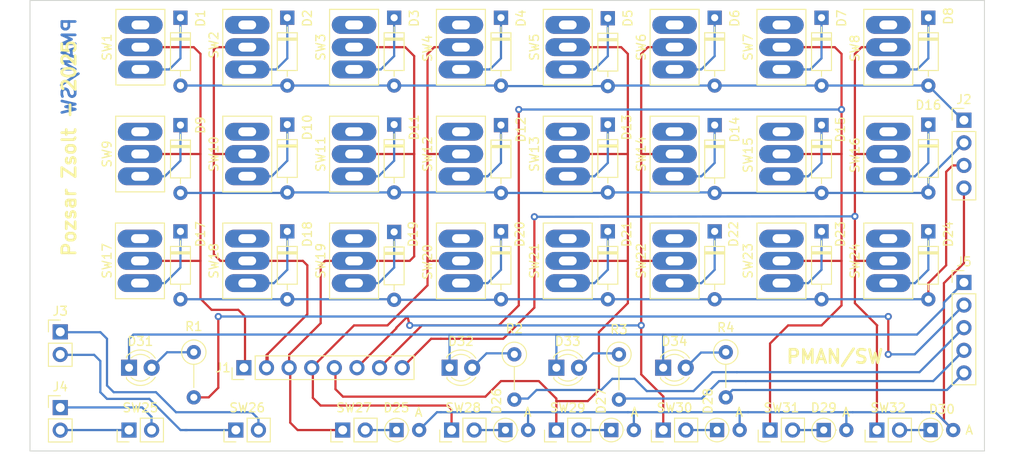
<source format=kicad_pcb>
(kicad_pcb (version 20211014) (generator pcbnew)
  (title_block (title "PMAN/SW - switch module") (date "2025-09-21") (rev "1.0") (company "Pozsar Zsolt") (comment 1 "Zacchaeus Microcomputer"))
  (layers (0 "F.Cu" signal) (31 "B.Cu" signal) (34 "B.Paste" user) (35 "F.Paste" user) (36 "B.SilkS" user "B.Silkscreen") (37 "F.SilkS" user "F.Silkscreen") (38 "B.Mask" user) (39 "F.Mask" user) (44 "Edge.Cuts" user))
  (net 0 "")
  (net 1 "Net-(J3-Pad1)")
  (net 2 "Net-(J3-Pad2)")
  (net 3 "Net-(J4-Pad1)")
  (net 4 "Net-(J4-Pad2)")
  (net 5 "Net-(J5-Pad2)")
  (net 6 "Net-(D2-Pad1)")
  (net 7 "Net-(D3-Pad1)")
  (net 8 "Net-(D1-Pad2)")
  (net 9 "Net-(D1-Pad1)")
  (net 34 "Net-(D4-Pad1)")
  (net 35 "Net-(D5-Pad1)")
  (net 36 "Net-(D6-Pad1)")
  (net 37 "Net-(D7-Pad1)")
  (net 38 "Net-(D8-Pad1)")
  (net 39 "Net-(D9-Pad1)")
  (net 40 "Net-(D10-Pad2)")
  (net 41 "Net-(D10-Pad1)")
  (net 42 "Net-(D11-Pad1)")
  (net 43 "Net-(D12-Pad1)")
  (net 44 "Net-(D13-Pad1)")
  (net 45 "Net-(D14-Pad1)")
  (net 46 "Net-(D15-Pad1)")
  (net 47 "Net-(D16-Pad1)")
  (net 48 "Net-(D17-Pad1)")
  (net 49 "Net-(D17-Pad2)")
  (net 50 "Net-(D18-Pad1)")
  (net 51 "Net-(D19-Pad1)")
  (net 52 "Net-(D20-Pad1)")
  (net 53 "Net-(D21-Pad1)")
  (net 54 "Net-(D22-Pad1)")
  (net 55 "Net-(D23-Pad1)")
  (net 56 "Net-(D24-Pad1)")
  (net 57 "Net-(D25-Pad1)")
  (net 58 "Net-(D26-Pad1)")
  (net 59 "Net-(D27-Pad1)")
  (net 60 "Net-(D28-Pad1)")
  (net 61 "Net-(D29-Pad1)")
  (net 62 "Net-(D30-Pad1)")
  (net 63 "Net-(D31-Pad1)")
  (net 64 "Net-(D31-Pad2)")
  (net 65 "Net-(D32-Pad2)")
  (net 66 "Net-(D33-Pad2)")
  (net 67 "Net-(D34-Pad2)")
  (net 68 "Net-(J1-Pad1)")
  (net 69 "Net-(J1-Pad2)")
  (net 70 "Net-(J1-Pad3)")
  (net 71 "Net-(J1-Pad4)")
  (net 72 "Net-(J1-Pad5)")
  (net 73 "Net-(J1-Pad6)")
  (net 74 "Net-(J1-Pad7)")
  (net 75 "Net-(J1-Pad8)")
  (net 76 "Net-(J5-Pad3)")
  (net 77 "Net-(J5-Pad4)")
  (net 78 "Net-(J5-Pad5)")
  (net 79 "Net-(D27-Pad2)")
  (footprint "Connector_PinHeader_2.54mm:PinHeader_1x02_P2.54mm_Vertical" (layer "F.Cu") (at 183.725 118.25 90)
    (fp_text reference "SW32")
    (fp_text value "SW_Push")
  )
  (footprint "Diode_THT:D_DO-35_SOD27_P2.54mm_Vertical_AnodeUp" (layer "F.Cu") (at 189.75 118.25)
    (fp_text reference "D30")
    (fp_text value "1N4148")
  )
  (footprint "PMAN_SW:SW_SMTS" (layer "F.Cu") (at 137 75.25 -90)
    (fp_text reference "SW4")
    (fp_text value "SW_SPDT" hide)
  )
  (footprint "LED_THT:LED_D3.0mm" (layer "F.Cu") (at 159.715 111.25)
    (fp_text reference "D34")
    (fp_text value "LED")
  )
  (footprint "Diode_THT:D_DO-35_SOD27_P2.54mm_Vertical_AnodeUp" (layer "F.Cu") (at 153.885686 118.25)
    (fp_text reference "D27")
    (fp_text value "1N4148")
  )
  (footprint "Diode_THT:D_DO-35_SOD27_P7.62mm_Horizontal" (layer "F.Cu") (at 117.5 71.94 -90)
    (fp_text reference "D2")
    (fp_text value "1N4148")
  )
  (footprint "Diode_THT:D_DO-35_SOD27_P7.62mm_Horizontal" (layer "F.Cu") (at 153.5 72 -90)
    (fp_text reference "D5")
    (fp_text value "1N4148")
  )
  (footprint "Diode_THT:D_DO-35_SOD27_P7.62mm_Horizontal" (layer "F.Cu") (at 105.5 84 -90)
    (fp_text reference "D9")
    (fp_text value "1N4148")
  )
  (footprint "Diode_THT:D_DO-35_SOD27_P7.62mm_Horizontal" (layer "F.Cu") (at 189.5 71.94 -90)
    (fp_text reference "D8")
    (fp_text value "1N4148")
  )
  (footprint "Connector_PinHeader_2.54mm:PinHeader_1x05_P2.54mm_Vertical" (layer "F.Cu") (at 193.5 101.675)
    (fp_text reference "J5")
    (fp_text value "Conn_01x05_Male")
  )
  (footprint "Connector_PinHeader_2.54mm:PinHeader_1x02_P2.54mm_Vertical" (layer "F.Cu") (at 92 107.225)
    (fp_text reference "J3")
    (fp_text value "Conn_01x02_Male")
  )
  (footprint "PMAN_SW:SW_SMTS" (layer "F.Cu") (at 100.9492 99.25 -90)
    (fp_text reference "SW17")
    (fp_text value "SW_SPDT" hide)
  )
  (footprint "Diode_THT:D_DO-35_SOD27_P7.62mm_Horizontal" (layer "F.Cu") (at 129.5 83.94 -90)
    (fp_text reference "D11")
    (fp_text value "1N4148")
  )
  (footprint "Connector_PinHeader_2.54mm:PinHeader_1x02_P2.54mm_Vertical" (layer "F.Cu") (at 111.72 118.25 90)
    (fp_text reference "SW26")
    (fp_text value "SW_Push")
  )
  (footprint "LED_THT:LED_D3.0mm" (layer "F.Cu") (at 135.725 111.25)
    (fp_text reference "D32")
    (fp_text value "LED")
  )
  (footprint "Diode_THT:D_DO-35_SOD27_P2.54mm_Vertical_AnodeUp" (layer "F.Cu") (at 165.768871 118.25)
    (fp_text reference "D28")
    (fp_text value "1N4148")
  )
  (footprint "PMAN_SW:SW_SMTS" (layer "F.Cu") (at 185 87.25 -90)
    (fp_text reference "SW16")
    (fp_text value "SW_SPDT" hide)
  )
  (footprint "Connector_PinHeader_2.54mm:PinHeader_1x04_P2.54mm_Vertical" (layer "F.Cu") (at 193.5 83.45)
    (fp_text reference "J2")
    (fp_text value "Conn_01x04_Male")
  )
  (footprint "Connector_PinHeader_2.54mm:PinHeader_1x02_P2.54mm_Vertical" (layer "F.Cu") (at 171.72 118.25 90)
    (fp_text reference "SW31")
    (fp_text value "SW_Push")
  )
  (footprint "Diode_THT:D_DO-35_SOD27_P7.62mm_Horizontal" (layer "F.Cu") (at 141.5 84 -90)
    (fp_text reference "D12")
    (fp_text value "1N4148")
  )
  (footprint "PMAN_SW:SW_SMTS" (layer "F.Cu") (at 101 75.25 -90)
    (fp_text reference "SW1")
    (fp_text value "SW_SPDT" hide)
  )
  (footprint "Diode_THT:D_DO-35_SOD27_P2.54mm_Vertical_AnodeUp" (layer "F.Cu") (at 129.768871 118.25)
    (fp_text reference "D25")
    (fp_text value "1N4148")
  )
  (footprint "Diode_THT:D_DO-35_SOD27_P7.62mm_Horizontal" (layer "F.Cu") (at 189.5 83.94 -90)
    (fp_text reference "D16")
    (fp_text value "1N4148")
  )
  (footprint "PMAN_SW:SW_SMTS" (layer "F.Cu") (at 113 99.25 -90)
    (fp_text reference "SW18")
    (fp_text value "SW_SPDT" hide)
  )
  (footprint "LED_THT:LED_D3.0mm" (layer "F.Cu") (at 147.725 111.25)
    (fp_text reference "D33")
    (fp_text value "LED")
  )
  (footprint "Connector_PinHeader_2.54mm:PinHeader_1x02_P2.54mm_Vertical" (layer "F.Cu") (at 147.72 118.25 90)
    (fp_text reference "SW29")
    (fp_text value "SW_Push")
  )
  (footprint "Diode_THT:D_DO-35_SOD27_P7.62mm_Horizontal" (layer "F.Cu") (at 129.5 96 -90)
    (fp_text reference "D19")
    (fp_text value "1N4148")
  )
  (footprint "Connector_PinHeader_2.54mm:PinHeader_1x08_P2.54mm_Vertical" (layer "F.Cu") (at 112.625 111.25 90)
    (fp_text reference "J1")
    (fp_text value "Conn_01x08_Male")
  )
  (footprint "Connector_PinHeader_2.54mm:PinHeader_1x02_P2.54mm_Vertical" (layer "F.Cu") (at 99.72 118.25 90)
    (fp_text reference "SW25")
    (fp_text value "SW_Push")
  )
  (footprint "Diode_THT:D_DO-35_SOD27_P7.62mm_Horizontal" (layer "F.Cu") (at 153.5 83.94 -90)
    (fp_text reference "D13")
    (fp_text value "1N4148")
  )
  (footprint "Diode_THT:D_DO-35_SOD27_P7.62mm_Horizontal" (layer "F.Cu") (at 105.5 95.94 -90)
    (fp_text reference "D17")
    (fp_text value "1N4148")
  )
  (footprint "PMAN_SW:SW_SMTS" (layer "F.Cu") (at 100.9746 87.25 -90)
    (fp_text reference "SW9")
    (fp_text value "SW_SPDT" hide)
  )
  (footprint "PMAN_SW:SW_SMTS" (layer "F.Cu") (at 149 87.25 -90)
    (fp_text reference "SW13")
    (fp_text value "SW_SPDT" hide)
  )
  (footprint "Diode_THT:D_DO-35_SOD27_P7.62mm_Horizontal" (layer "F.Cu") (at 165.5 84 -90)
    (fp_text reference "D14")
    (fp_text value "1N4148")
  )
  (footprint "Diode_THT:D_DO-35_SOD27_P7.62mm_Horizontal" (layer "F.Cu") (at 177.5 71.94 -90)
    (fp_text reference "D7")
    (fp_text value "1N4148")
  )
  (footprint "PMAN_SW:SW_SMTS" (layer "F.Cu") (at 161 87.25 -90)
    (fp_text reference "SW14")
    (fp_text value "SW_SPDT" hide)
  )
  (footprint "PMAN_SW:SW_SMTS" (layer "F.Cu") (at 125 75.25 -90)
    (fp_text reference "SW3")
    (fp_text value "SW_SPDT" hide)
  )
  (footprint "Diode_THT:D_DO-35_SOD27_P7.62mm_Horizontal" (layer "F.Cu") (at 177.5 84 -90)
    (fp_text reference "D15")
    (fp_text value "1N4148")
  )
  (footprint "Resistor_THT:R_Axial_DIN0207_L6.3mm_D2.5mm_P5.08mm_Vertical" (layer "F.Cu") (at 107 109.5 -90)
    (fp_text reference "R1")
    (fp_text value "1k")
  )
  (footprint "PMAN_SW:SW_SMTS" (layer "F.Cu") (at 137 87.25 -90)
    (fp_text reference "SW12")
    (fp_text value "SW_SPDT" hide)
  )
  (footprint "PMAN_SW:SW_SMTS" (layer "F.Cu") (at 137 99.25 -90)
    (fp_text reference "SW20")
    (fp_text value "SW_SPDT" hide)
  )
  (footprint "Connector_PinHeader_2.54mm:PinHeader_1x02_P2.54mm_Vertical" (layer "F.Cu") (at 92 115.725)
    (fp_text reference "J4")
    (fp_text value "Conn_01x02_Male")
  )
  (footprint "PMAN_SW:SW_SMTS" (layer "F.Cu") (at 113 87.25 -90)
    (fp_text reference "SW10")
    (fp_text value "SW_SPDT" hide)
  )
  (footprint "Diode_THT:D_DO-35_SOD27_P7.62mm_Horizontal" (layer "F.Cu") (at 129.5 71.94 -90)
    (fp_text reference "D3")
    (fp_text value "1N4148")
  )
  (footprint "PMAN_SW:SW_SMTS" (layer "F.Cu") (at 161 75.25 -90)
    (fp_text reference "SW6")
    (fp_text value "SW_SPDT" hide)
  )
  (footprint "PMAN_SW:SW_SMTS" (layer "F.Cu") (at 125 87.25 -90)
    (fp_text reference "SW11")
    (fp_text value "SW_SPDT" hide)
  )
  (footprint "PMAN_SW:SW_SMTS" (layer "F.Cu") (at 149 75.25 -90)
    (fp_text reference "SW5")
    (fp_text value "SW_SPDT" hide)
  )
  (footprint "Diode_THT:D_DO-35_SOD27_P7.62mm_Horizontal" (layer "F.Cu") (at 117.5 83.94 -90)
    (fp_text reference "D10")
    (fp_text value "1N4148")
  )
  (footprint "Diode_THT:D_DO-35_SOD27_P2.54mm_Vertical_AnodeUp" (layer "F.Cu") (at 142 118.25)
    (fp_text reference "D26")
    (fp_text value "1N4148")
  )
  (footprint "Diode_THT:D_DO-35_SOD27_P7.62mm_Horizontal" (layer "F.Cu") (at 165.5 71.94 -90)
    (fp_text reference "D6")
    (fp_text value "1N4148")
  )
  (footprint "Connector_PinHeader_2.54mm:PinHeader_1x02_P2.54mm_Vertical" (layer "F.Cu") (at 123.72 118.25 90)
    (fp_text reference "SW27")
    (fp_text value "SW_Push")
  )
  (footprint "Resistor_THT:R_Axial_DIN0207_L6.3mm_D2.5mm_P5.08mm_Vertical" (layer "F.Cu") (at 166.75 109.5 -90)
    (fp_text reference "R4")
    (fp_text value "1k")
  )
  (footprint "Diode_THT:D_DO-35_SOD27_P7.62mm_Horizontal" (layer "F.Cu") (at 117.5 95.94 -90)
    (fp_text reference "D18")
    (fp_text value "1N4148")
  )
  (footprint "PMAN_SW:SW_SMTS" (layer "F.Cu") (at 173 75.25 -90)
    (fp_text reference "SW7")
    (fp_text value "SW_SPDT" hide)
  )
  (footprint "Resistor_THT:R_Axial_DIN0207_L6.3mm_D2.5mm_P5.08mm_Vertical" (layer "F.Cu") (at 154.75 109.75 -90)
    (fp_text reference "R3")
    (fp_text value "1k")
  )
  (footprint "Diode_THT:D_DO-35_SOD27_P7.62mm_Horizontal" (layer "F.Cu") (at 105.5 71.94 -90)
    (fp_text reference "D1")
    (fp_text value "1N4148")
  )
  (footprint "Diode_THT:D_DO-35_SOD27_P7.62mm_Horizontal" (layer "F.Cu") (at 141.5 95.94 -90)
    (fp_text reference "D20")
    (fp_text value "1N4148")
  )
  (footprint "PMAN_SW:SW_SMTS" (layer "F.Cu") (at 173 99.25 -90)
    (fp_text reference "SW23")
    (fp_text value "SW_SPDT" hide)
  )
  (footprint "Resistor_THT:R_Axial_DIN0207_L6.3mm_D2.5mm_P5.08mm_Vertical" (layer "F.Cu") (at 143 109.75 -90)
    (fp_text reference "R2")
    (fp_text value "1k")
  )
  (footprint "PMAN_SW:SW_SMTS" (layer "F.Cu") (at 185 75.25 -90)
    (fp_text reference "SW8")
    (fp_text value "SW_SPDT" hide)
  )
  (footprint "PMAN_SW:SW_SMTS" (layer "F.Cu") (at 173 87.25 -90)
    (fp_text reference "SW15")
    (fp_text value "SW_SPDT" hide)
  )
  (footprint "Diode_THT:D_DO-35_SOD27_P7.62mm_Horizontal" (layer "F.Cu") (at 177.5 95.94 -90)
    (fp_text reference "D23")
    (fp_text value "1N4148")
  )
  (footprint "Diode_THT:D_DO-35_SOD27_P2.54mm_Vertical_AnodeUp" (layer "F.Cu") (at 177.75 118.25)
    (fp_text reference "D29")
    (fp_text value "1N4148")
  )
  (footprint "Diode_THT:D_DO-35_SOD27_P7.62mm_Horizontal" (layer "F.Cu") (at 189.5 95.94 -90)
    (fp_text reference "D24")
    (fp_text value "1N4148")
  )
  (footprint "PMAN_SW:SW_SMTS" (layer "F.Cu") (at 113 75.25 -90)
    (fp_text reference "SW2")
    (fp_text value "SW_SPDT" hide)
  )
  (footprint "PMAN_SW:SW_SMTS" (layer "F.Cu") (at 185 99.25 -90)
    (fp_text reference "SW24")
    (fp_text value "SW_SPDT" hide)
  )
  (footprint "PMAN_SW:SW_SMTS" (layer "F.Cu") (at 161 99.25 -90)
    (fp_text reference "SW22")
    (fp_text value "SW_SPDT" hide)
  )
  (footprint "Connector_PinHeader_2.54mm:PinHeader_1x02_P2.54mm_Vertical" (layer "F.Cu") (at 159.725 118.25 90)
    (fp_text reference "SW30")
    (fp_text value "SW_Push")
  )
  (footprint "Diode_THT:D_DO-35_SOD27_P7.62mm_Horizontal" (layer "F.Cu") (at 165.5 95.94 -90)
    (fp_text reference "D22")
    (fp_text value "1N4148")
  )
  (footprint "PMAN_SW:SW_SMTS" (layer "F.Cu") (at 149 99.25 -90)
    (fp_text reference "SW21")
    (fp_text value "SW_SPDT" hide)
  )
  (footprint "PMAN_SW:SW_SMTS" (layer "F.Cu") (at 125 99.25 -90)
    (fp_text reference "SW19")
    (fp_text value "SW_SPDT" hide)
  )
  (footprint "LED_THT:LED_D3.0mm" (layer "F.Cu") (at 99.725 111.25)
    (fp_text reference "D31")
    (fp_text value "LED")
  )
  (footprint "Connector_PinHeader_2.54mm:PinHeader_1x02_P2.54mm_Vertical" (layer "F.Cu") (at 135.95 118.25 90)
    (fp_text reference "SW28")
    (fp_text value "SW_Push")
  )
  (footprint "Diode_THT:D_DO-35_SOD27_P7.62mm_Horizontal" (layer "F.Cu") (at 141.5 71.94 -90)
    (fp_text reference "D4")
    (fp_text value "1N4148")
  )
  (footprint "Diode_THT:D_DO-35_SOD27_P7.62mm_Horizontal" (layer "F.Cu") (at 153.5 95.94 -90)
    (fp_text reference "D21")
    (fp_text value "1N4148")
  )
  (gr_line (start 195.8 120.6) (end 195.8 70) (layer "Edge.Cuts") (width 0.1))
  (gr_line (start 88.6 70) (end 195.8 70) (layer "Edge.Cuts") (width 0.1))
  (gr_line (start 88.6 120.6) (end 88.6 70) (layer "Edge.Cuts") (width 0.1))
  (gr_line (start 195.8 120.6) (end 88.6 120.6) (layer "Edge.Cuts") (width 0.1))
  (gr_text "PMAN/SW" (at 93 77.4 90) (layer "B.Cu") (effects (font (size 1.5 1.5) (thickness 0.3)) (justify mirror)))
  (gr_text "Pozsar Zsolt - 2025\n\n" (at 94.2 86.6 90) (layer "F.SilkS") (effects (font (size 1.5 1.5) (thickness 0.3))))
  (gr_text "PMAN/SW" (at 179 110) (layer "F.SilkS") (effects (font (size 1.5 1.5) (thickness 0.3))))
  (segment (start 102.75 114) (end 105 116.25) (width 0.25) (layer "B.Cu") (net 1))
  (segment (start 97.25 108) (end 97.25 113.25) (width 0.25) (layer "B.Cu") (net 1))
  (segment (start 113.5 116.25) (end 114.26 117.01) (width 0.25) (layer "B.Cu") (net 1))
  (segment (start 114.26 117.01) (end 114.26 118.25) (width 0.25) (layer "B.Cu") (net 1))
  (segment (start 96.485 107.265) (end 96.5 107.25) (width 0.25) (layer "B.Cu") (net 1))
  (segment (start 105 116.25) (end 113.5 116.25) (width 0.25) (layer "B.Cu") (net 1))
  (segment (start 96.5 107.25) (end 97.25 108) (width 0.25) (layer "B.Cu") (net 1))
  (segment (start 98 114) (end 102.75 114) (width 0.25) (layer "B.Cu") (net 1))
  (segment (start 97.25 113.25) (end 98 114) (width 0.25) (layer "B.Cu") (net 1))
  (segment (start 92 107.265) (end 96.485 107.265) (width 0.25) (layer "B.Cu") (net 1))
  (segment (start 106.25 118.25) (end 105.5 118.25) (width 0.25) (layer "B.Cu") (net 2))
  (segment (start 96.5 114) (end 96.5 110.5) (width 0.25) (layer "B.Cu") (net 2))
  (segment (start 111.725 118.25) (end 106 118.25) (width 0.25) (layer "B.Cu") (net 2))
  (segment (start 102 114.75) (end 97.25 114.75) (width 0.25) (layer "B.Cu") (net 2))
  (segment (start 96.5 110.5) (end 95.805 109.805) (width 0.25) (layer "B.Cu") (net 2))
  (segment (start 95.805 109.805) (end 92 109.805) (width 0.25) (layer "B.Cu") (net 2))
  (segment (start 97.25 114.75) (end 96.5 114) (width 0.25) (layer "B.Cu") (net 2))
  (segment (start 105.5 118.25) (end 102 114.75) (width 0.25) (layer "B.Cu") (net 2))
  (segment (start 102.25 116.765) (end 102.25 118.25) (width 0.25) (layer "B.Cu") (net 3))
  (segment (start 101.195 115.71) (end 102.25 116.765) (width 0.25) (layer "B.Cu") (net 3))
  (segment (start 91.985 115.71) (end 101.195 115.71) (width 0.25) (layer "B.Cu") (net 3))
  (segment (start 92.1375 118.25) (end 99.8625 118.25) (width 0.25) (layer "B.Cu") (net 4))
  (segment (start 185 105.5) (end 185 109.75) (width 0.25) (layer "F.Cu") (net 5))
  (segment (start 109.75 113.5) (end 109.75 105.5) (width 0.25) (layer "F.Cu") (net 5))
  (segment (start 108.67 114.58) (end 109.75 113.5) (width 0.25) (layer "F.Cu") (net 5))
  (segment (start 107 114.58) (end 108.67 114.58) (width 0.25) (layer "F.Cu") (net 5))
  (via (at 185 105.5) (size 0.8) (drill 0.4) (layers "F.Cu" "B.Cu") (net 5))
  (via (at 109.75 105.5) (size 0.8) (drill 0.4) (layers "F.Cu" "B.Cu") (net 5))
  (via (at 185 109.75) (size 0.8) (drill 0.4) (layers "F.Cu" "B.Cu") (net 5))
  (segment (start 109.75 105.5) (end 185 105.5) (width 0.25) (layer "B.Cu") (net 5))
  (segment (start 185 109.75) (end 187.965 109.75) (width 0.25) (layer "B.Cu") (net 5))
  (segment (start 187.965 109.75) (end 193.5 104.215) (width 0.25) (layer "B.Cu") (net 5))
  (segment (start 116.25 77.75) (end 117.5 76.5) (width 0.25) (layer "B.Cu") (net 6))
  (segment (start 117.5 76.5) (end 117.5 71.94) (width 0.25) (layer "B.Cu") (net 6))
  (segment (start 113 77.75) (end 116.25 77.75) (width 0.25) (layer "B.Cu") (net 6))
  (segment (start 125 77.75) (end 128 77.75) (width 0.25) (layer "B.Cu") (net 7))
  (segment (start 129.5 76.25) (end 129.5 71.94) (width 0.25) (layer "B.Cu") (net 7))
  (segment (start 128 77.75) (end 129.5 76.25) (width 0.25) (layer "B.Cu") (net 7))
  (segment (start 165.5 79.56) (end 153.56 79.56) (width 0.25) (layer "B.Cu") (net 8))
  (segment (start 189.5 79.56) (end 177.5 79.56) (width 0.25) (layer "B.Cu") (net 8))
  (segment (start 193.39 83.45) (end 193.5 83.45) (width 0.25) (layer "B.Cu") (net 8))
  (segment (start 153.56 79.56) (end 153.5 79.62) (width 0.25) (layer "B.Cu") (net 8))
  (segment (start 153.5 79.62) (end 141.56 79.62) (width 0.25) (layer "B.Cu") (net 8))
  (segment (start 117.5 79.56) (end 129.5 79.56) (width 0.25) (layer "B.Cu") (net 8))
  (segment (start 141.56 79.62) (end 141.5 79.56) (width 0.25) (layer "B.Cu") (net 8))
  (segment (start 189.5 79.56) (end 193.39 83.45) (width 0.25) (layer "B.Cu") (net 8))
  (segment (start 129.5 79.56) (end 141.5 79.56) (width 0.25) (layer "B.Cu") (net 8))
  (segment (start 105.5 79.56) (end 117.5 79.56) (width 0.25) (layer "B.Cu") (net 8))
  (segment (start 177.5 79.56) (end 165.5 79.56) (width 0.25) (layer "B.Cu") (net 8))
  (segment (start 101 77.75) (end 104.25 77.75) (width 0.25) (layer "B.Cu") (net 9))
  (segment (start 105.5 76.5) (end 105.5 71.94) (width 0.25) (layer "B.Cu") (net 9))
  (segment (start 104.25 77.75) (end 105.5 76.5) (width 0.25) (layer "B.Cu") (net 9))
  (segment (start 140.25 77.75) (end 141.5 76.5) (width 0.25) (layer "B.Cu") (net 34))
  (segment (start 137 77.75) (end 140.25 77.75) (width 0.25) (layer "B.Cu") (net 34))
  (segment (start 141.5 76.5) (end 141.5 71.94) (width 0.25) (layer "B.Cu") (net 34))
  (segment (start 152 77.75) (end 153.5 76.25) (width 0.25) (layer "B.Cu") (net 35))
  (segment (start 149 77.75) (end 152 77.75) (width 0.25) (layer "B.Cu") (net 35))
  (segment (start 153.5 76.25) (end 153.5 72) (width 0.25) (layer "B.Cu") (net 35))
  (segment (start 164 77.75) (end 165.5 76.25) (width 0.25) (layer "B.Cu") (net 36))
  (segment (start 165.5 76.25) (end 165.5 71.94) (width 0.25) (layer "B.Cu") (net 36))
  (segment (start 161 77.75) (end 164 77.75) (width 0.25) (layer "B.Cu") (net 36))
  (segment (start 173 77.75) (end 176.25 77.75) (width 0.25) (layer "B.Cu") (net 37))
  (segment (start 177.5 76.5) (end 177.5 71.94) (width 0.25) (layer "B.Cu") (net 37))
  (segment (start 176.25 77.75) (end 177.5 76.5) (width 0.25) (layer "B.Cu") (net 37))
  (segment (start 185 77.75) (end 188.25 77.75) (width 0.25) (layer "B.Cu") (net 38))
  (segment (start 189.5 76.5) (end 189.5 71.94) (width 0.25) (layer "B.Cu") (net 38))
  (segment (start 188.25 77.75) (end 189.5 76.5) (width 0.25) (layer "B.Cu") (net 38))
  (segment (start 105.5 88) (end 105.5 84) (width 0.25) (layer "B.Cu") (net 39))
  (segment (start 100.9746 89.75) (end 103.75 89.75) (width 0.25) (layer "B.Cu") (net 39))
  (segment (start 103.75 89.75) (end 105.5 88) (width 0.25) (layer "B.Cu") (net 39))
  (segment (start 153.44 91.62) (end 153.5 91.56) (width 0.25) (layer "B.Cu") (net 40))
  (segment (start 189.5 89.99) (end 193.5 85.99) (width 0.25) (layer "B.Cu") (net 40))
  (segment (start 153.5 91.56) (end 165.44 91.56) (width 0.25) (layer "B.Cu") (net 40))
  (segment (start 177.5 91.62) (end 189.44 91.62) (width 0.25) (layer "B.Cu") (net 40))
  (segment (start 141.5 91.62) (end 153.44 91.62) (width 0.25) (layer "B.Cu") (net 40))
  (segment (start 189.44 91.62) (end 189.5 91.56) (width 0.25) (layer "B.Cu") (net 40))
  (segment (start 117.5 91.56) (end 129.5 91.56) (width 0.25) (layer "B.Cu") (net 40))
  (segment (start 189.5 91.56) (end 189.5 89.99) (width 0.25) (layer "B.Cu") (net 40))
  (segment (start 129.5 91.56) (end 141.44 91.56) (width 0.25) (layer "B.Cu") (net 40))
  (segment (start 105.5 91.62) (end 117.44 91.62) (width 0.25) (layer "B.Cu") (net 40))
  (segment (start 165.5 91.62) (end 177.5 91.62) (width 0.25) (layer "B.Cu") (net 40))
  (segment (start 117.44 91.62) (end 117.5 91.56) (width 0.25) (layer "B.Cu") (net 40))
  (segment (start 141.44 91.56) (end 141.5 91.62) (width 0.25) (layer "B.Cu") (net 40))
  (segment (start 165.44 91.56) (end 165.5 91.62) (width 0.25) (layer "B.Cu") (net 40))
  (segment (start 117.5 88) (end 117.5 83.94) (width 0.25) (layer "B.Cu") (net 41))
  (segment (start 113 89.75) (end 115.75 89.75) (width 0.25) (layer "B.Cu") (net 41))
  (segment (start 115.75 89.75) (end 117.5 88) (width 0.25) (layer "B.Cu") (net 41))
  (segment (start 129.5 88) (end 129.5 83.94) (width 0.25) (layer "B.Cu") (net 42))
  (segment (start 127.75 89.75) (end 129.5 88) (width 0.25) (layer "B.Cu") (net 42))
  (segment (start 125 89.75) (end 127.75 89.75) (width 0.25) (layer "B.Cu") (net 42))
  (segment (start 140 89.75) (end 141.5 88.25) (width 0.25) (layer "B.Cu") (net 43))
  (segment (start 141.5 88.25) (end 141.5 84) (width 0.25) (layer "B.Cu") (net 43))
  (segment (start 137 89.75) (end 140 89.75) (width 0.25) (layer "B.Cu") (net 43))
  (segment (start 152 89.75) (end 153.5 88.25) (width 0.25) (layer "B.Cu") (net 44))
  (segment (start 153.5 88.25) (end 153.5 83.94) (width 0.25) (layer "B.Cu") (net 44))
  (segment (start 149 89.75) (end 152 89.75) (width 0.25) (layer "B.Cu") (net 44))
  (segment (start 165.5 88.25) (end 165.5 84) (width 0.25) (layer "B.Cu") (net 45))
  (segment (start 161 89.75) (end 164 89.75) (width 0.25) (layer "B.Cu") (net 45))
  (segment (start 164 89.75) (end 165.5 88.25) (width 0.25) (layer "B.Cu") (net 45))
  (segment (start 173 89.75) (end 176 89.75) (width 0.25) (layer "B.Cu") (net 46))
  (segment (start 177.5 88.25) (end 177.5 84) (width 0.25) (layer "B.Cu") (net 46))
  (segment (start 176 89.75) (end 177.5 88.25) (width 0.25) (layer "B.Cu") (net 46))
  (segment (start 189.5 88.25) (end 189.5 83.94) (width 0.25) (layer "B.Cu") (net 47))
  (segment (start 185 89.75) (end 188 89.75) (width 0.25) (layer "B.Cu") (net 47))
  (segment (start 188 89.75) (end 189.5 88.25) (width 0.25) (layer "B.Cu") (net 47))
  (segment (start 103.75 101.75) (end 105.5 100) (width 0.25) (layer "B.Cu") (net 48))
  (segment (start 100.9492 101.75) (end 103.75 101.75) (width 0.25) (layer "B.Cu") (net 48))
  (segment (start 105.5 100) (end 105.5 95.94) (width 0.25) (layer "B.Cu") (net 48))
  (segment (start 191.5 89.25) (end 192.22 88.53) (width 0.25) (layer "F.Cu") (net 49))
  (segment (start 191.5 99.75) (end 191.5 89.25) (width 0.25) (layer "F.Cu") (net 49))
  (segment (start 189.5 101.75) (end 191.5 99.75) (width 0.25) (layer "F.Cu") (net 49))
  (segment (start 192.22 88.53) (end 193.5 88.53) (width 0.25) (layer "F.Cu") (net 49))
  (segment (start 189.5 103.56) (end 189.5 101.75) (width 0.25) (layer "F.Cu") (net 49))
  (segment (start 165.5 103.56) (end 177.5 103.56) (width 0.25) (layer "B.Cu") (net 49))
  (segment (start 129.44 103.56) (end 129.5 103.62) (width 0.25) (layer "B.Cu") (net 49))
  (segment (start 117.5 103.56) (end 129.44 103.56) (width 0.25) (layer "B.Cu") (net 49))
  (segment (start 153.5 103.56) (end 165.5 103.56) (width 0.25) (layer "B.Cu") (net 49))
  (segment (start 141.44 103.62) (end 141.5 103.56) (width 0.25) (layer "B.Cu") (net 49))
  (segment (start 129.5 103.62) (end 141.44 103.62) (width 0.25) (layer "B.Cu") (net 49))
  (segment (start 105.5 103.56) (end 117.5 103.56) (width 0.25) (layer "B.Cu") (net 49))
  (segment (start 141.5 103.56) (end 153.5 103.56) (width 0.25) (layer "B.Cu") (net 49))
  (segment (start 177.5 103.56) (end 189.5 103.56) (width 0.25) (layer "B.Cu") (net 49))
  (segment (start 116 101.75) (end 117.5 100.25) (width 0.25) (layer "B.Cu") (net 50))
  (segment (start 113 101.75) (end 116 101.75) (width 0.25) (layer "B.Cu") (net 50))
  (segment (start 117.5 100.25) (end 117.5 95.94) (width 0.25) (layer "B.Cu") (net 50))
  (segment (start 125 101.75) (end 127.75 101.75) (width 0.25) (layer "B.Cu") (net 51))
  (segment (start 127.75 101.75) (end 129.5 100) (width 0.25) (layer "B.Cu") (net 51))
  (segment (start 129.5 100) (end 129.5 96) (width 0.25) (layer "B.Cu") (net 51))
  (segment (start 141.5 100.25) (end 141.5 95.94) (width 0.25) (layer "B.Cu") (net 52))
  (segment (start 140 101.75) (end 141.5 100.25) (width 0.25) (layer "B.Cu") (net 52))
  (segment (start 137 101.75) (end 140 101.75) (width 0.25) (layer "B.Cu") (net 52))
  (segment (start 149 101.75) (end 152 101.75) (width 0.25) (layer "B.Cu") (net 53))
  (segment (start 152 101.75) (end 153.5 100.25) (width 0.25) (layer "B.Cu") (net 53))
  (segment (start 153.5 100.25) (end 153.5 95.94) (width 0.25) (layer "B.Cu") (net 53))
  (segment (start 164 101.75) (end 165.5 100.25) (width 0.25) (layer "B.Cu") (net 54))
  (segment (start 165.5 100.25) (end 165.5 95.94) (width 0.25) (layer "B.Cu") (net 54))
  (segment (start 161 101.75) (end 164 101.75) (width 0.25) (layer "B.Cu") (net 54))
  (segment (start 173 101.75) (end 176 101.75) (width 0.25) (layer "B.Cu") (net 55))
  (segment (start 176 101.75) (end 177.5 100.25) (width 0.25) (layer "B.Cu") (net 55))
  (segment (start 177.5 100.25) (end 177.5 95.94) (width 0.25) (layer "B.Cu") (net 55))
  (segment (start 189.5 100.25) (end 189.5 95.94) (width 0.25) (layer "B.Cu") (net 56))
  (segment (start 185 101.75) (end 188 101.75) (width 0.25) (layer "B.Cu") (net 56))
  (segment (start 188 101.75) (end 189.5 100.25) (width 0.25) (layer "B.Cu") (net 56))
  (segment (start 126.26 118.25) (end 129.768871 118.25) (width 0.25) (layer "B.Cu") (net 57))
  (segment (start 138.49 118.25) (end 142 118.25) (width 0.25) (layer "B.Cu") (net 58))
  (segment (start 150.26 118.25) (end 153.885686 118.25) (width 0.25) (layer "B.Cu") (net 59))
  (segment (start 162.265 118.25) (end 165.768871 118.25) (width 0.25) (layer "B.Cu") (net 60))
  (segment (start 174.26 118.25) (end 177.75 118.25) (width 0.25) (layer "B.Cu") (net 61))
  (segment (start 186.265 118.25) (end 189.75 118.25) (width 0.25) (layer "B.Cu") (net 62))
  (segment (start 159.715 107.535) (end 159.725 107.525) (width 0.25) (layer "B.Cu") (net 63))
  (segment (start 135.725 107.525) (end 100.225 107.525) (width 0.25) (layer "B.Cu") (net 63))
  (segment (start 135.725 107.525) (end 147.655 107.525) (width 0.25) (layer "B.Cu") (net 63))
  (segment (start 147.725 107.595) (end 147.655 107.525) (width 0.25) (layer "B.Cu") (net 63))
  (segment (start 191.25 104.5) (end 191.25 103.925) (width 0.25) (layer "B.Cu") (net 63))
  (segment (start 147.725 111.25) (end 147.725 107.595) (width 0.25) (layer "B.Cu") (net 63))
  (segment (start 147.655 107.525) (end 159.725 107.525) (width 0.25) (layer "B.Cu") (net 63))
  (segment (start 99.725 108.025) (end 99.725 111.25) (width 0.25) (layer "B.Cu") (net 63))
  (segment (start 159.715 111.25) (end 159.715 107.535) (width 0.25) (layer "B.Cu") (net 63))
  (segment (start 159.725 107.525) (end 188.225 107.525) (width 0.25) (layer "B.Cu") (net 63))
  (segment (start 135.725 111.25) (end 135.725 107.525) (width 0.25) (layer "B.Cu") (net 63))
  (segment (start 100.225 107.525) (end 99.725 108.025) (width 0.25) (layer "B.Cu") (net 63))
  (segment (start 191.25 103.925) (end 193.5 101.675) (width 0.25) (layer "B.Cu") (net 63))
  (segment (start 188.225 107.525) (end 191.25 104.5) (width 0.25) (layer "B.Cu") (net 63))
  (segment (start 102.265 111.25) (end 104 109.515) (width 0.25) (layer "B.Cu") (net 64))
  (segment (start 104 109.515) (end 107 109.515) (width 0.25) (layer "B.Cu") (net 64))
  (segment (start 139.88 109.635) (end 138.265 111.25) (width 0.25) (layer "B.Cu") (net 65))
  (segment (start 143 109.635) (end 139.88 109.635) (width 0.25) (layer "B.Cu") (net 65))
  (segment (start 151.87 109.635) (end 150.255 111.25) (width 0.25) (layer "B.Cu") (net 66))
  (segment (start 155 109.635) (end 151.87 109.635) (width 0.25) (layer "B.Cu") (net 66))
  (segment (start 163.97 109.545) (end 162.265 111.25) (width 0.25) (layer "B.Cu") (net 67))
  (segment (start 167 109.545) (end 163.97 109.545) (width 0.25) (layer "B.Cu") (net 67))
  (segment (start 109 104.75) (end 112 104.75) (width 0.25) (layer "F.Cu") (net 68))
  (segment (start 101 75.25) (end 104.75 75.25) (width 0.25) (layer "F.Cu") (net 68))
  (segment (start 112.75 105.5) (end 112.75 111.25) (width 0.25) (layer "F.Cu") (net 68))
  (segment (start 107.75 103.5) (end 107.75 99.25) (width 0.25) (layer "F.Cu") (net 68))
  (segment (start 107 75.25) (end 104.75 75.25) (width 0.25) (layer "F.Cu") (net 68))
  (segment (start 100.9492 99.25) (end 107.75 99.25) (width 0.25) (layer "F.Cu") (net 68))
  (segment (start 107.75 87.25) (end 107.75 76) (width 0.25) (layer "F.Cu") (net 68))
  (segment (start 107.75 99.25) (end 107.75 87.25) (width 0.25) (layer "F.Cu") (net 68))
  (segment (start 107.75 76) (end 107 75.25) (width 0.25) (layer "F.Cu") (net 68))
  (segment (start 112 104.75) (end 112.75 105.5) (width 0.25) (layer "F.Cu") (net 68))
  (segment (start 109 104.75) (end 107.75 103.5) (width 0.25) (layer "F.Cu") (net 68))
  (segment (start 100.9746 87.25) (end 107.75 87.25) (width 0.25) (layer "F.Cu") (net 68))
  (segment (start 109.25 75.5) (end 109.5 75.25) (width 0.25) (layer "F.Cu") (net 69))
  (segment (start 110 99.25) (end 109.25 98.5) (width 0.25) (layer "F.Cu") (net 69))
  (segment (start 109.25 98.5) (end 109.25 87.25) (width 0.25) (layer "F.Cu") (net 69))
  (segment (start 113 99.25) (end 110 99.25) (width 0.25) (layer "F.Cu") (net 69))
  (segment (start 115.165 111.25) (end 115.165 109.835) (width 0.25) (layer "F.Cu") (net 69))
  (segment (start 113 75.25) (end 109.5 75.25) (width 0.25) (layer "F.Cu") (net 69))
  (segment (start 119.25 99.25) (end 116.5 99.25) (width 0.25) (layer "F.Cu") (net 69))
  (segment (start 119.75 105.25) (end 119.75 99.75) (width 0.25) (layer "F.Cu") (net 69))
  (segment (start 116.5 99.25) (end 113 99.25) (width 0.25) (layer "F.Cu") (net 69))
  (segment (start 115.29 111.25) (end 115.29 109.71) (width 0.25) (layer "F.Cu") (net 69))
  (segment (start 109.25 87.25) (end 109.25 75.5) (width 0.25) (layer "F.Cu") (net 69))
  (segment (start 119.75 99.75) (end 119.25 99.25) (width 0.25) (layer "F.Cu") (net 69))
  (segment (start 109.25 87.25) (end 113 87.25) (width 0.25) (layer "F.Cu") (net 69))
  (segment (start 115.165 109.835) (end 119.75 105.25) (width 0.25) (layer "F.Cu") (net 69))
  (segment (start 115.165 109.835) (end 115.29 109.71) (width 0.25) (layer "F.Cu") (net 69))
  (segment (start 121.75 99.25) (end 121.25 99.75) (width 0.25) (layer "F.Cu") (net 70))
  (segment (start 121.25 106.25) (end 121.25 99.75) (width 0.25) (layer "F.Cu") (net 70))
  (segment (start 131.25 99.25) (end 131.75 98.75) (width 0.25) (layer "F.Cu") (net 70))
  (segment (start 117.83 117.42) (end 118.66 118.25) (width 0.25) (layer "F.Cu") (net 70))
  (segment (start 118.66 118.25) (end 123.72 118.25) (width 0.25) (layer "F.Cu") (net 70))
  (segment (start 117.83 111.25) (end 117.83 117.42) (width 0.25) (layer "F.Cu") (net 70))
  (segment (start 131.75 76.25) (end 130.75 75.25) (width 0.25) (layer "F.Cu") (net 70))
  (segment (start 125 87.25) (end 131.75 87.25) (width 0.25) (layer "F.Cu") (net 70))
  (segment (start 117.705 109.795) (end 121.25 106.25) (width 0.25) (layer "F.Cu") (net 70))
  (segment (start 125 99.25) (end 121.75 99.25) (width 0.25) (layer "F.Cu") (net 70))
  (segment (start 130 99.25) (end 131.25 99.25) (width 0.25) (layer "F.Cu") (net 70))
  (segment (start 129 75.25) (end 125 75.25) (width 0.25) (layer "F.Cu") (net 70))
  (segment (start 117.705 111.25) (end 117.705 109.795) (width 0.25) (layer "F.Cu") (net 70))
  (segment (start 125 99.25) (end 130 99.25) (width 0.25) (layer "F.Cu") (net 70))
  (segment (start 131.75 98.75) (end 131.75 87.25) (width 0.25) (layer "F.Cu") (net 70))
  (segment (start 130.75 75.25) (end 129 75.25) (width 0.25) (layer "F.Cu") (net 70))
  (segment (start 131.75 87.25) (end 131.75 76.25) (width 0.25) (layer "F.Cu") (net 70))
  (segment (start 133.25 102) (end 133.25 99) (width 0.25) (layer "F.Cu") (net 71))
  (segment (start 135.5 115.5) (end 135.95 115.95) (width 0.25) (layer "F.Cu") (net 71))
  (segment (start 133.25 76) (end 134 75.25) (width 0.25) (layer "F.Cu") (net 71))
  (segment (start 120.37 114.63) (end 121.24 115.5) (width 0.25) (layer "F.Cu") (net 71))
  (segment (start 120.37 111.25) (end 120.37 114.63) (width 0.25) (layer "F.Cu") (net 71))
  (segment (start 133.25 87.25) (end 133.25 76) (width 0.25) (layer "F.Cu") (net 71))
  (segment (start 135.95 115.95) (end 135.95 118.25) (width 0.25) (layer "F.Cu") (net 71))
  (segment (start 124.995 106.5) (end 128.75 106.5) (width 0.25) (layer "F.Cu") (net 71))
  (segment (start 137 99.25) (end 133.25 99.25) (width 0.25) (layer "F.Cu") (net 71))
  (segment (start 120.245 111.25) (end 124.995 106.5) (width 0.25) (layer "F.Cu") (net 71))
  (segment (start 133.25 87.25) (end 137 87.25) (width 0.25) (layer "F.Cu") (net 71))
  (segment (start 133.25 99) (end 133.25 87.25) (width 0.25) (layer "F.Cu") (net 71))
  (segment (start 137 75.25) (end 134 75.25) (width 0.25) (layer "F.Cu") (net 71))
  (segment (start 121.24 115.5) (end 135.5 115.5) (width 0.25) (layer "F.Cu") (net 71))
  (segment (start 128.75 106.5) (end 133.25 102) (width 0.25) (layer "F.Cu") (net 71))
  (segment (start 133.25 99.25) (end 133.25 99) (width 0.25) (layer "F.Cu") (net 71))
  (segment (start 122.91 113.66) (end 123.75 114.5) (width 0.25) (layer "F.Cu") (net 72))
  (segment (start 147.72 116.03) (end 147.72 118.25) (width 0.25) (layer "F.Cu") (net 72))
  (segment (start 155.75 87.25) (end 155.75 76) (width 0.25) (layer "F.Cu") (net 72))
  (segment (start 147.72 116.53) (end 147.72 114.97) (width 0.25) (layer "F.Cu") (net 72))
  (segment (start 139.75 114.5) (end 141.5 112.75) (width 0.25) (layer "F.Cu") (net 72))
  (segment (start 145.75 112.75) (end 147.625 114.625) (width 0.25) (layer "F.Cu") (net 72))
  (segment (start 147.72 118.25) (end 147.72 116.53) (width 0.25) (layer "F.Cu") (net 72))
  (segment (start 122.91 111.25) (end 122.91 113.66) (width 0.25) (layer "F.Cu") (net 72))
  (segment (start 155 75.25) (end 149 75.25) (width 0.25) (layer "F.Cu") (net 72))
  (segment (start 152.5 113.75) (end 152.5 107.25) (width 0.25) (layer "F.Cu") (net 72))
  (segment (start 151.25 115) (end 152.5 113.75) (width 0.25) (layer "F.Cu") (net 72))
  (segment (start 155.75 99.25) (end 155.75 87.25) (width 0.25) (layer "F.Cu") (net 72))
  (segment (start 155.75 104) (end 155.75 99.25) (width 0.25) (layer "F.Cu") (net 72))
  (segment (start 149 99.25) (end 155.75 99.25) (width 0.25) (layer "F.Cu") (net 72))
  (segment (start 151.25 115) (end 147.75 115) (width 0.25) (layer "F.Cu") (net 72))
  (segment (start 155.75 76) (end 155 75.25) (width 0.25) (layer "F.Cu") (net 72))
  (segment (start 152.5 107.25) (end 155.75 104) (width 0.25) (layer "F.Cu") (net 72))
  (segment (start 123.75 114.5) (end 139.75 114.5) (width 0.25) (layer "F.Cu") (net 72))
  (segment (start 141.5 112.75) (end 145.75 112.75) (width 0.25) (layer "F.Cu") (net 72))
  (segment (start 149 87.25) (end 155.75 87.25) (width 0.25) (layer "F.Cu") (net 72))
  (segment (start 147.75 115) (end 147.72 114.97) (width 0.25) (layer "F.Cu") (net 72))
  (segment (start 147.72 114.72) (end 147.625 114.625) (width 0.25) (layer "F.Cu") (net 72))
  (segment (start 147.72 114.97) (end 147.72 114.72) (width 0.25) (layer "F.Cu") (net 72))
  (segment (start 157.25 76) (end 158 75.25) (width 0.25) (layer "F.Cu") (net 73))
  (segment (start 157.25 106.5) (end 157.25 112) (width 0.25) (layer "F.Cu") (net 73))
  (segment (start 159.725 114.525) (end 159.725 118.25) (width 0.25) (layer "F.Cu") (net 73))
  (segment (start 129.75 106.825) (end 125.325 111.25) (width 0.25) (layer "F.Cu") (net 73))
  (segment (start 157.25 99.25) (end 161 99.25) (width 0.25) (layer "F.Cu") (net 73))
  (segment (start 159.75 114.5) (end 159.725 114.525) (width 0.25) (layer "F.Cu") (net 73))
  (segment (start 158 75.25) (end 161 75.25) (width 0.25) (layer "F.Cu") (net 73))
  (segment (start 157.25 99.25) (end 157.25 87.25) (width 0.25) (layer "F.Cu") (net 73))
  (segment (start 157.25 112) (end 159.75 114.5) (width 0.25) (layer "F.Cu") (net 73))
  (segment (start 131 105.5) (end 129.75 106.75) (width 0.25) (layer "F.Cu") (net 73))
  (segment (start 131.25 106.5) (end 131 105.5) (width 0.25) (layer "F.Cu") (net 73))
  (segment (start 157.25 87.25) (end 161 87.25) (width 0.25) (layer "F.Cu") (net 73))
  (segment (start 129.75 106.75) (end 129.75 106.825) (width 0.25) (layer "F.Cu") (net 73))
  (segment (start 157.25 106.75) (end 157.25 99.25) (width 0.25) (layer "F.Cu") (net 73))
  (segment (start 157.25 87.25) (end 157.25 76) (width 0.25) (layer "F.Cu") (net 73))
  (via (at 131.25 106.5) (size 0.8) (drill 0.4) (layers "F.Cu" "B.Cu") (net 73))
  (via (at 157.25 106.5) (size 0.8) (drill 0.4) (layers "F.Cu" "B.Cu") (net 73))
  (segment (start 131.25 106.5) (end 157.25 106.5) (width 0.25) (layer "B.Cu") (net 73))
  (segment (start 177.5 106.5) (end 173.75 106.5) (width 0.25) (layer "F.Cu") (net 74))
  (segment (start 127.865 111.25) (end 131.365 107.75) (width 0.25) (layer "F.Cu") (net 74))
  (segment (start 179.75 95.75) (end 179.75 99.25) (width 0.25) (layer "F.Cu") (net 74))
  (segment (start 173 87.25) (end 179.75 87.25) (width 0.25) (layer "F.Cu") (net 74))
  (segment (start 141.25 106.5) (end 132.615 106.5) (width 0.25) (layer "F.Cu") (net 74))
  (segment (start 179.75 76) (end 179.75 87.25) (width 0.25) (layer "F.Cu") (net 74))
  (segment (start 171.72 108.53) (end 171.72 118.25) (width 0.25) (layer "F.Cu") (net 74))
  (segment (start 173.75 106.5) (end 171.72 108.53) (width 0.25) (layer "F.Cu") (net 74))
  (segment (start 179.75 87.25) (end 179.75 95.75) (width 0.25) (layer "F.Cu") (net 74))
  (segment (start 132.615 106.5) (end 131.365 107.75) (width 0.25) (layer "F.Cu") (net 74))
  (segment (start 179.75 104.25) (end 177.5 106.5) (width 0.25) (layer "F.Cu") (net 74))
  (segment (start 179.75 99.25) (end 179.75 104.25) (width 0.25) (layer "F.Cu") (net 74))
  (segment (start 179 75.25) (end 179.75 76) (width 0.25) (layer "F.Cu") (net 74))
  (segment (start 141.25 106.5) (end 143.5 104.25) (width 0.25) (layer "F.Cu") (net 74))
  (segment (start 143.5 104.25) (end 143.5 82.25) (width 0.25) (layer "F.Cu") (net 74))
  (segment (start 173 75.25) (end 179 75.25) (width 0.25) (layer "F.Cu") (net 74))
  (segment (start 173 99.25) (end 179.75 99.25) (width 0.25) (layer "F.Cu") (net 74))
  (via (at 179.75 82.25) (size 0.8) (drill 0.4) (layers "F.Cu" "B.Cu") (net 74))
  (via (at 143.5 82.25) (size 0.8) (drill 0.4) (layers "F.Cu" "B.Cu") (net 74))
  (segment (start 179.75 82.25) (end 143.5 82.25) (width 0.25) (layer "B.Cu") (net 74))
  (segment (start 145.25 104.5) (end 145.25 94.3) (width 0.25) (layer "F.Cu") (net 75))
  (segment (start 183.725 106.525) (end 183.725 118.25) (width 0.25) (layer "F.Cu") (net 75))
  (segment (start 181.25 99.25) (end 181.25 104) (width 0.25) (layer "F.Cu") (net 75))
  (segment (start 133.655 108) (end 134.75 108) (width 0.25) (layer "F.Cu") (net 75))
  (segment (start 183.75 106.5) (end 183.725 106.525) (width 0.25) (layer "F.Cu") (net 75))
  (segment (start 134.75 108) (end 141.75 108) (width 0.25) (layer "F.Cu") (net 75))
  (segment (start 182 75.25) (end 185 75.25) (width 0.25) (layer "F.Cu") (net 75))
  (segment (start 181.25 94.25) (end 181.25 87.25) (width 0.25) (layer "F.Cu") (net 75))
  (segment (start 130.405 111.25) (end 133.655 108) (width 0.25) (layer "F.Cu") (net 75))
  (segment (start 141.75 108) (end 145.25 104.5) (width 0.25) (layer "F.Cu") (net 75))
  (segment (start 181.25 94.25) (end 181.25 99.25) (width 0.25) (layer "F.Cu") (net 75))
  (segment (start 181.25 104) (end 183.75 106.5) (width 0.25) (layer "F.Cu") (net 75))
  (segment (start 181.25 87.25) (end 181.25 76) (width 0.25) (layer "F.Cu") (net 75))
  (segment (start 181.25 76) (end 182 75.25) (width 0.25) (layer "F.Cu") (net 75))
  (segment (start 185 87.25) (end 181.25 87.25) (width 0.25) (layer "F.Cu") (net 75))
  (segment (start 185 99.25) (end 181.25 99.25) (width 0.25) (layer "F.Cu") (net 75))
  (segment (start 145.25 94.3) (end 145.251022 94.298978) (width 0.25) (layer "F.Cu") (net 75))
  (via (at 181.25 94.25) (size 0.8) (drill 0.4) (layers "F.Cu" "B.Cu") (net 75))
  (via (at 145.251022 94.298978) (size 0.8) (drill 0.4) (layers "F.Cu" "B.Cu") (net 75))
  (segment (start 145.251022 94.298978) (end 181.25 94.25) (width 0.25) (layer "B.Cu") (net 75))
  (segment (start 143 114.715) (end 144.535 114.715) (width 0.25) (layer "B.Cu") (net 76))
  (segment (start 156.5 112.5) (end 157.875 113.875) (width 0.25) (layer "B.Cu") (net 76))
  (segment (start 154 112.5) (end 156.5 112.5) (width 0.25) (layer "B.Cu") (net 76))
  (segment (start 163.125 113.875) (end 165.25 111.75) (width 0.25) (layer "B.Cu") (net 76))
  (segment (start 165.25 111.75) (end 168 111.75) (width 0.25) (layer "B.Cu") (net 76))
  (segment (start 152.75 113.75) (end 154 112.5) (width 0.25) (layer "B.Cu") (net 76))
  (segment (start 157.875 113.875) (end 163.125 113.875) (width 0.25) (layer "B.Cu") (net 76))
  (segment (start 188.505 111.75) (end 193.5 106.755) (width 0.25) (layer "B.Cu") (net 76))
  (segment (start 145.5 113.75) (end 152.75 113.75) (width 0.25) (layer "B.Cu") (net 76))
  (segment (start 144.535 114.715) (end 145.5 113.75) (width 0.25) (layer "B.Cu") (net 76))
  (segment (start 168 111.75) (end 188.505 111.75) (width 0.25) (layer "B.Cu") (net 76))
  (segment (start 169 112.75) (end 190.045 112.75) (width 0.25) (layer "B.Cu") (net 77))
  (segment (start 166 112.75) (end 164.035 114.715) (width 0.25) (layer "B.Cu") (net 77))
  (segment (start 190.045 112.75) (end 193.5 109.295) (width 0.25) (layer "B.Cu") (net 77))
  (segment (start 164.035 114.715) (end 155 114.715) (width 0.25) (layer "B.Cu") (net 77))
  (segment (start 169 112.75) (end 166 112.75) (width 0.25) (layer "B.Cu") (net 77))
  (segment (start 166.75 114.5) (end 167.5 113.75) (width 0.25) (layer "B.Cu") (net 78))
  (segment (start 191.585 113.75) (end 193.5 111.835) (width 0.25) (layer "B.Cu") (net 78))
  (segment (start 167.5 113.75) (end 191.585 113.75) (width 0.25) (layer "B.Cu") (net 78))
  (segment (start 166.75 114.58) (end 166.75 114.5) (width 0.25) (layer "B.Cu") (net 78))
  (segment (start 193.5 99.5) (end 193.5 91.07) (width 0.25) (layer "F.Cu") (net 79))
  (segment (start 191.25 117.21) (end 191.25 101.75) (width 0.25) (layer "F.Cu") (net 79))
  (segment (start 191.25 101.75) (end 193.5 99.5) (width 0.25) (layer "F.Cu") (net 79))
  (segment (start 192.29 118.25) (end 191.25 117.21) (width 0.25) (layer "F.Cu") (net 79))
  (segment (start 180.25 116.25) (end 169.25 116.25) (width 0.25) (layer "B.Cu") (net 79))
  (segment (start 144.54 116.29) (end 144.5 116.25) (width 0.25) (layer "B.Cu") (net 79))
  (segment (start 144.5 116.25) (end 134.75 116.25) (width 0.25) (layer "B.Cu") (net 79))
  (segment (start 156.5 116.25) (end 155.75 116.25) (width 0.25) (layer "B.Cu") (net 79))
  (segment (start 168.308871 118.25) (end 168.308871 116.308871) (width 0.25) (layer "B.Cu") (net 79))
  (segment (start 144.54 118.25) (end 144.54 116.29) (width 0.25) (layer "B.Cu") (net 79))
  (segment (start 132.308871 118.25) (end 134.308871 116.25) (width 0.25) (layer "B.Cu") (net 79))
  (segment (start 169.25 116.25) (end 168.25 116.25) (width 0.25) (layer "B.Cu") (net 79))
  (segment (start 190.29 116.25) (end 188.75 116.25) (width 0.25) (layer "B.Cu") (net 79))
  (segment (start 156.425686 118.25) (end 156.425686 116.324314) (width 0.25) (layer "B.Cu") (net 79))
  (segment (start 168.25 116.25) (end 156.5 116.25) (width 0.25) (layer "B.Cu") (net 79))
  (segment (start 155.75 116.25) (end 144.5 116.25) (width 0.25) (layer "B.Cu") (net 79))
  (segment (start 134.308871 116.25) (end 134.75 116.25) (width 0.25) (layer "B.Cu") (net 79))
  (segment (start 188.75 116.25) (end 181 116.25) (width 0.25) (layer "B.Cu") (net 79))
  (segment (start 168.308871 116.308871) (end 168.25 116.25) (width 0.25) (layer "B.Cu") (net 79))
  (segment (start 180.29 116.29) (end 180.25 116.25) (width 0.25) (layer "B.Cu") (net 79))
  (segment (start 156.425686 116.324314) (end 156.5 116.25) (width 0.25) (layer "B.Cu") (net 79))
  (segment (start 181 116.25) (end 180.25 116.25) (width 0.25) (layer "B.Cu") (net 79))
  (segment (start 180.29 118.25) (end 180.29 116.29) (width 0.25) (layer "B.Cu") (net 79))
  (segment (start 192.29 118.25) (end 190.29 116.25) (width 0.25) (layer "B.Cu") (net 79))
)
</source>
